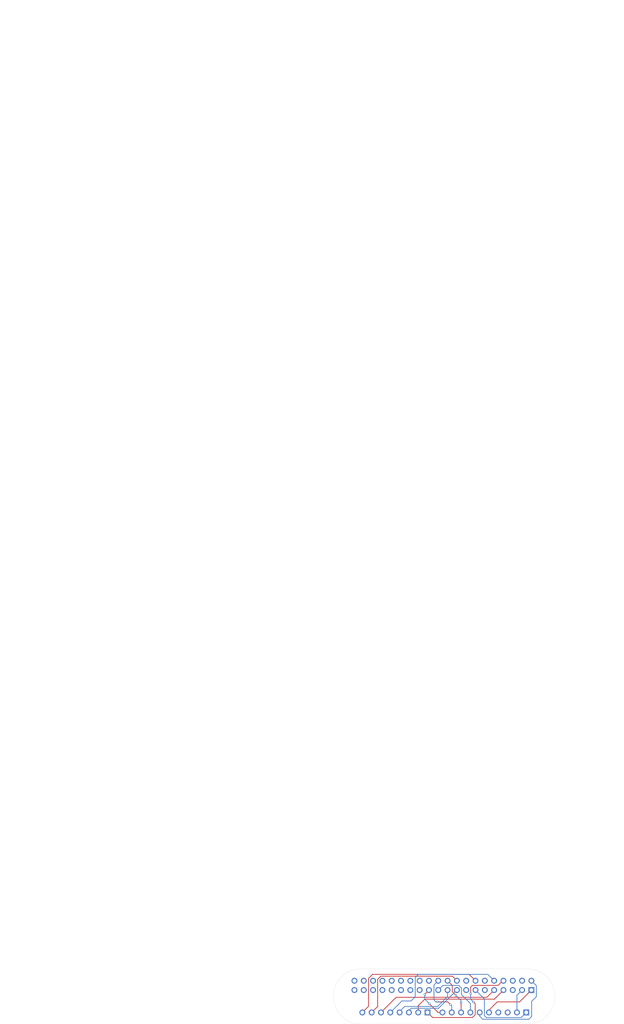
<source format=kicad_pcb>
(kicad_pcb (version 20240108) (generator "pcbnew") (generator_version "8.0")
  (layers (0 "F.Cu" signal) (31 "B.Cu" signal) (34 "B.Paste" user) (35 "F.Paste" user) (36 "B.SilkS" user "B.Silkscreen") (37 "F.SilkS" user "F.Silkscreen") (38 "B.Mask" user) (39 "F.Mask" user) (44 "Edge.Cuts" user))
  (net 0 "")
  (gr_poly (pts (xy 145.626 98.724) (xy 144.026 98.724) (xy 144.026 100.324) (xy 145.626 100.324)) (fill solid) (layer "F.Cu"))
  (gr_poly (pts (xy 117.306 104.824) (xy 115.706 104.824) (xy 115.706 106.424) (xy 117.306 106.424)) (fill solid) (layer "F.Cu"))
  (gr_poly (pts (xy 144.226 104.824) (xy 142.626 104.824) (xy 142.626 106.424) (xy 144.226 106.424)) (fill solid) (layer "F.Cu"))
  (gr_poly (pts (xy 145.626 98.724) (xy 144.026 98.724) (xy 144.026 100.324) (xy 145.626 100.324)) (fill solid) (layer "B.Cu"))
  (gr_poly (pts (xy 117.306 104.824) (xy 115.706 104.824) (xy 115.706 106.424) (xy 117.306 106.424)) (fill solid) (layer "B.Cu"))
  (gr_poly (pts (xy 144.226 104.824) (xy 142.626 104.824) (xy 142.626 106.424) (xy 144.226 106.424)) (fill solid) (layer "B.Cu"))
  (gr_arc (start 143.75 93.75) (mid 149.053301 95.946699) (end 151.25 101.25) (stroke (width 0.05)) (layer "Edge.Cuts"))
  (gr_line (start 143.75 93.75) (end 98.303301 93.771226) (stroke (width 0.05)) (layer "Edge.Cuts"))
  (gr_line (start 98.303301 108.771226) (end 143.75 108.75) (stroke (width 0.05)) (layer "Edge.Cuts"))
  (gr_arc (start 98.303301 108.771226) (mid 93 106.574527) (end 90.803301 101.271226) (stroke (width 0.05)) (layer "Edge.Cuts"))
  (gr_arc (start 90.803301 101.271226) (mid 93 95.967925) (end 98.303301 93.771226) (stroke (width 0.05)) (layer "Edge.Cuts"))
  (gr_arc (start 151.25 101.25) (mid 149.053301 106.553301) (end 143.75 108.75) (stroke (width 0.05)) (layer "Edge.Cuts"))
  (segment (start 123.25 100) (end 124.25 101) (width 0.2) (layer "F.Cu") (net 0))
  (segment (start 121.966 96.984) (end 123.25 98.268) (width 0.2) (layer "F.Cu") (net 0))
  (segment (start 132.69 101.5) (end 134.666 99.524) (width 0.2) (layer "F.Cu") (net 0))
  (segment (start 102.897696 103.992304) (end 101.266 105.624) (width 0.2) (layer "F.Cu") (net 0))
  (segment (start 101.5 95.25) (end 100.411789 96.338211) (width 0.2) (layer "F.Cu") (net 0))
  (segment (start 117 103.25) (end 119.374 105.624) (width 0.2) (layer "F.Cu") (net 0))
  (segment (start 115.75 100.75) (end 115.75 100.66) (width 0.2) (layer "F.Cu") (net 0))
  (segment (start 137.206 99.524) (end 134.73 102) (width 0.2) (layer "F.Cu") (net 0))
  (segment (start 123.25 98.268) (end 123.25 100) (width 0.2) (layer "F.Cu") (net 0))
  (segment (start 125.650741 102.956869) (end 125.650741 105.619259) (width 0.2) (layer "F.Cu") (net 0))
  (segment (start 125.650741 105.619259) (end 125.646 105.624) (width 0.2) (layer "F.Cu") (net 0))
  (segment (start 129.5 103.25) (end 129.5 106.25) (width 0.2) (layer "F.Cu") (net 0))
  (segment (start 137.206 96.984) (end 137.016 96.984) (width 0.2) (layer "F.Cu") (net 0))
  (segment (start 134.73 102) (end 115.75 102) (width 0.2) (layer "F.Cu") (net 0))
  (segment (start 128.25 98.75) (end 128.25 100.5) (width 0.2) (layer "F.Cu") (net 0))
  (segment (start 100.411789 96.338211) (end 100.411789 103.938211) (width 0.2) (layer "F.Cu") (net 0))
  (segment (start 128.75 98.25) (end 128.25 98.75) (width 0.2) (layer "F.Cu") (net 0))
  (segment (start 133.266 104.984) (end 133.266 105.624) (width 0.2) (layer "F.Cu") (net 0))
  (segment (start 107.93 101.5) (end 132.69 101.5) (width 0.2) (layer "F.Cu") (net 0))
  (segment (start 124.506 96.984) (end 124.484 96.984) (width 0.2) (layer "F.Cu") (net 0))
  (segment (start 122 102.75) (end 122.75 103.5) (width 0.2) (layer "F.Cu") (net 0))
  (segment (start 117.882 107) (end 116.506 105.624) (width 0.2) (layer "F.Cu") (net 0))
  (segment (start 127.852 95.25) (end 101.5 95.25) (width 0.2) (layer "F.Cu") (net 0))
  (segment (start 137.016 96.984) (end 135.75 98.25) (width 0.2) (layer "F.Cu") (net 0))
  (segment (start 115.75 100.66) (end 116.886 99.524) (width 0.2) (layer "F.Cu") (net 0))
  (segment (start 113.966 103.784) (end 113.966 105.624) (width 0.2) (layer "F.Cu") (net 0))
  (segment (start 129.5 106.25) (end 128.75 107) (width 0.2) (layer "F.Cu") (net 0))
  (segment (start 135.75 98.25) (end 128.75 98.25) (width 0.2) (layer "F.Cu") (net 0))
  (segment (start 129 102.75) (end 129.5 103.25) (width 0.2) (layer "F.Cu") (net 0))
  (segment (start 103.806 105.624) (end 107.93 101.5) (width 0.2) (layer "F.Cu") (net 0))
  (segment (start 102.897696 96.602304) (end 102.897696 103.992304) (width 0.2) (layer "F.Cu") (net 0))
  (segment (start 129.586 96.984) (end 127.852 95.25) (width 0.2) (layer "F.Cu") (net 0))
  (segment (start 119.25 102.75) (end 122 102.75) (width 0.2) (layer "F.Cu") (net 0))
  (segment (start 144.826 99.524) (end 141.6 102.75) (width 0.2) (layer "F.Cu") (net 0))
  (segment (start 128.75 107) (end 117.882 107) (width 0.2) (layer "F.Cu") (net 0))
  (segment (start 119.374 105.624) (end 120.566 105.624) (width 0.2) (layer "F.Cu") (net 0))
  (segment (start 141.6 102.75) (end 135.5 102.75) (width 0.2) (layer "F.Cu") (net 0))
  (segment (start 100.411789 103.938211) (end 98.726 105.624) (width 0.2) (layer "F.Cu") (net 0))
  (segment (start 135.5 102.75) (end 133.266 104.984) (width 0.2) (layer "F.Cu") (net 0))
  (segment (start 124.484 96.984) (end 123.25 95.75) (width 0.2) (layer "F.Cu") (net 0))
  (segment (start 123.25 95.75) (end 103.75 95.75) (width 0.2) (layer "F.Cu") (net 0))
  (segment (start 103.75 95.75) (end 102.897696 96.602304) (width 0.2) (layer "F.Cu") (net 0))
  (segment (start 115.75 102) (end 113.966 103.784) (width 0.2) (layer "F.Cu") (net 0))
  (via (at 108.886 105.624) (size 1.6) (drill 1) (layers "F.Cu" "B.Cu") (net 0))
  (via (at 142.286 99.524) (size 1.6) (drill 1) (layers "F.Cu" "B.Cu") (net 0))
  (via (at 124.506 99.524) (size 1.6) (drill 1) (layers "F.Cu" "B.Cu") (net 0))
  (via (at 130.726 105.624) (size 1.6) (drill 1) (layers "F.Cu" "B.Cu") (net 0))
  (via (at 139.746 99.524) (size 1.6) (drill 1) (layers "F.Cu" "B.Cu") (net 0))
  (via (at 128.25 100.5) (size 0.6) (drill 0.3) (layers "F.Cu" "B.Cu") (net 0))
  (via (at 122.75 103.5) (size 0.6) (drill 0.3) (layers "F.Cu" "B.Cu") (net 0))
  (via (at 127.046 96.984) (size 1.6) (drill 1) (layers "F.Cu" "B.Cu") (net 0))
  (via (at 135.806 105.624) (size 1.6) (drill 1) (layers "F.Cu" "B.Cu") (net 0))
  (via (at 109.266 99.524) (size 1.6) (drill 1) (layers "F.Cu" "B.Cu") (net 0))
  (via (at 127.046 99.524) (size 1.6) (drill 1) (layers "F.Cu" "B.Cu") (net 0))
  (via (at 129 102.75) (size 0.6) (drill 0.3) (layers "F.Cu" "B.Cu") (net 0))
  (via (at 121.966 96.984) (size 1.6) (drill 1) (layers "F.Cu" "B.Cu") (net 0))
  (via (at 129.586 96.984) (size 1.6) (drill 1) (layers "F.Cu" "B.Cu") (net 0))
  (via (at 144.826 99.524) (size 1.00001) (drill 1) (layers "F.Cu" "B.Cu") (net 0))
  (via (at 116.886 96.984) (size 1.6) (drill 1) (layers "F.Cu" "B.Cu") (net 0))
  (via (at 101.646 99.524) (size 1.6) (drill 1) (layers "F.Cu" "B.Cu") (net 0))
  (via (at 98.726 105.624) (size 1.6) (drill 1) (layers "F.Cu" "B.Cu") (net 0))
  (via (at 99.106 96.984) (size 1.6) (drill 1) (layers "F.Cu" "B.Cu") (net 0))
  (via (at 119.25 102.75) (size 0.6) (drill 0.3) (layers "F.Cu" "B.Cu") (net 0))
  (via (at 104.186 99.524) (size 1.6) (drill 1) (layers "F.Cu" "B.Cu") (net 0))
  (via (at 103.806 105.624) (size 1.6) (drill 1) (layers "F.Cu" "B.Cu") (net 0))
  (via (at 125.650741 102.956869) (size 0.6) (drill 0.3) (layers "F.Cu" "B.Cu") (net 0))
  (via (at 140.886 105.624) (size 1.6) (drill 1) (layers "F.Cu" "B.Cu") (net 0))
  (via (at 106.346 105.624) (size 1.6) (drill 1) (layers "F.Cu" "B.Cu") (net 0))
  (via (at 137.206 96.984) (size 1.6) (drill 1) (layers "F.Cu" "B.Cu") (net 0))
  (via (at 101.266 105.624) (size 1.6) (drill 1) (layers "F.Cu" "B.Cu") (net 0))
  (via (at 106.726 99.524) (size 1.6) (drill 1) (layers "F.Cu" "B.Cu") (net 0))
  (via (at 119.426 99.524) (size 1.6) (drill 1) (layers "F.Cu" "B.Cu") (net 0))
  (via (at 115.75 100.75) (size 0.6) (drill 0.3) (layers "F.Cu" "B.Cu") (net 0))
  (via (at 138.346 105.624) (size 1.6) (drill 1) (layers "F.Cu" "B.Cu") (net 0))
  (via (at 111.806 99.524) (size 1.6) (drill 1) (layers "F.Cu" "B.Cu") (net 0))
  (via (at 116.886 99.524) (size 1.6) (drill 1) (layers "F.Cu" "B.Cu") (net 0))
  (via (at 123.106 105.624) (size 1.6) (drill 1) (layers "F.Cu" "B.Cu") (net 0))
  (via (at 132.126 99.524) (size 1.6) (drill 1) (layers "F.Cu" "B.Cu") (net 0))
  (via (at 134.666 96.984) (size 1.6) (drill 1) (layers "F.Cu" "B.Cu") (net 0))
  (via (at 124.506 96.984) (size 1.6) (drill 1) (layers "F.Cu" "B.Cu") (net 0))
  (via (at 139.746 96.984) (size 1.6) (drill 1) (layers "F.Cu" "B.Cu") (net 0))
  (via (at 120.566 105.624) (size 1.6) (drill 1) (layers "F.Cu" "B.Cu") (net 0))
  (via (at 117 103.25) (size 0.6) (drill 0.3) (layers "F.Cu" "B.Cu") (net 0))
  (via (at 125.646 105.624) (size 1.6) (drill 1) (layers "F.Cu" "B.Cu") (net 0))
  (via (at 137.206 99.524) (size 1.6) (drill 1) (layers "F.Cu" "B.Cu") (net 0))
  (via (at 132.126 96.984) (size 1.6) (drill 1) (layers "F.Cu" "B.Cu") (net 0))
  (via (at 133.266 105.624) (size 1.6) (drill 1) (layers "F.Cu" "B.Cu") (net 0))
  (via (at 121.966 99.524) (size 1.6) (drill 1) (layers "F.Cu" "B.Cu") (net 0))
  (via (at 111.806 96.984) (size 1.6) (drill 1) (layers "F.Cu" "B.Cu") (net 0))
  (via (at 144.826 96.984) (size 1.6) (drill 1) (layers "F.Cu" "B.Cu") (net 0))
  (via (at 116.506 105.624) (size 1.00001) (drill 1) (layers "F.Cu" "B.Cu") (net 0))
  (via (at 114.346 96.984) (size 1.6) (drill 1) (layers "F.Cu" "B.Cu") (net 0))
  (via (at 106.726 96.984) (size 1.6) (drill 1) (layers "F.Cu" "B.Cu") (net 0))
  (via (at 96.566 96.984) (size 1.6) (drill 1) (layers "F.Cu" "B.Cu") (net 0))
  (via (at 119.426 96.984) (size 1.6) (drill 1) (layers "F.Cu" "B.Cu") (net 0))
  (via (at 109.266 96.984) (size 1.6) (drill 1) (layers "F.Cu" "B.Cu") (net 0))
  (via (at 128.186 105.624) (size 1.6) (drill 1) (layers "F.Cu" "B.Cu") (net 0))
  (via (at 101.646 96.984) (size 1.6) (drill 1) (layers "F.Cu" "B.Cu") (net 0))
  (via (at 114.346 99.524) (size 1.6) (drill 1) (layers "F.Cu" "B.Cu") (net 0))
  (via (at 99.106 99.524) (size 1.6) (drill 1) (layers "F.Cu" "B.Cu") (net 0))
  (via (at 134.666 99.524) (size 1.6) (drill 1) (layers "F.Cu" "B.Cu") (net 0))
  (via (at 104.186 96.984) (size 1.6) (drill 1) (layers "F.Cu" "B.Cu") (net 0))
  (via (at 124.25 101) (size 0.6) (drill 0.3) (layers "F.Cu" "B.Cu") (net 0))
  (via (at 143.426 105.624) (size 1.00001) (drill 1) (layers "F.Cu" "B.Cu") (net 0))
  (via (at 111.426 105.624) (size 1.6) (drill 1) (layers "F.Cu" "B.Cu") (net 0))
  (via (at 142.286 96.984) (size 1.6) (drill 1) (layers "F.Cu" "B.Cu") (net 0))
  (via (at 129.586 99.524) (size 1.6) (drill 1) (layers "F.Cu" "B.Cu") (net 0))
  (via (at 96.566 99.524) (size 1.6) (drill 1) (layers "F.Cu" "B.Cu") (net 0))
  (via (at 113.966 105.624) (size 1.6) (drill 1) (layers "F.Cu" "B.Cu") (net 0))
  (segment (start 116.376 105.754) (end 116.506 105.624) (width 0.2) (layer "B.Cu") (net 0))
  (segment (start 111.426 105.074) (end 111.426 105.624) (width 0.2) (layer "B.Cu") (net 0))
  (segment (start 125.75 100.75) (end 125.75 99) (width 0.2) (layer "B.Cu") (net 0))
  (segment (start 106.346 105.624) (end 106.361 105.639) (width 0.2) (layer "B.Cu") (net 0))
  (segment (start 101.266 105.624) (end 101.321 105.679) (width 0.2) (layer "B.Cu") (net 0))
  (segment (start 98.726 105.624) (end 98.801 105.699) (width 0.2) (layer "B.Cu") (net 0))
  (segment (start 113.14572 96.10428) (end 114 95.25) (width 0.2) (layer "B.Cu") (net 0))
  (segment (start 128.186 103.186) (end 125.75 100.75) (width 0.2) (layer "B.Cu") (net 0))
  (segment (start 124.506 99.524) (end 123.28 100.75) (width 0.2) (layer "B.Cu") (net 0))
  (segment (start 140.886 100.924) (end 140.886 105.624) (width 0.2) (layer "B.Cu") (net 0))
  (segment (start 144.888317 102.611683) (end 144.888317 106.71833) (width 0.2) (layer "B.Cu") (net 0))
  (segment (start 112 104.5) (end 111.426 105.074) (width 0.2) (layer "B.Cu") (net 0))
  (segment (start 146.165817 98.323817) (end 146.165817 101.364999) (width 0.2) (layer "B.Cu") (net 0))
  (segment (start 125.650741 102.400741) (end 125.650741 102.956869) (width 0.2) (layer "B.Cu") (net 0))
  (segment (start 123.25 100.75) (end 119.5 104.5) (width 0.2) (layer "B.Cu") (net 0))
  (segment (start 106.346 105.624) (end 106.376 105.624) (width 0.2) (layer "B.Cu") (net 0))
  (segment (start 110.25 104) (end 108.886 105.364) (width 0.2) (layer "B.Cu") (net 0))
  (segment (start 130.726 106.64906) (end 130.726 105.624) (width 0.2) (layer "B.Cu") (net 0))
  (segment (start 132.5 107) (end 142.05 107) (width 0.2) (layer "B.Cu") (net 0))
  (segment (start 114 95.25) (end 132.932 95.25) (width 0.2) (layer "B.Cu") (net 0))
  (segment (start 146.135001 101.364999) (end 144.888317 102.611683) (width 0.2) (layer "B.Cu") (net 0))
  (segment (start 121.966 101.284) (end 119.25 104) (width 0.2) (layer "B.Cu") (net 0))
  (segment (start 119.25 104) (end 110.25 104) (width 0.2) (layer "B.Cu") (net 0))
  (segment (start 118.25 102.25) (end 118.75 102.75) (width 0.2) (layer "B.Cu") (net 0))
  (segment (start 128.186 105.624) (end 128.186 103.186) (width 0.2) (layer "B.Cu") (net 0))
  (segment (start 103.806 105.624) (end 103.841 105.659) (width 0.2) (layer "B.Cu") (net 0))
  (segment (start 144.826 96.984) (end 146.165817 98.323817) (width 0.2) (layer "B.Cu") (net 0))
  (segment (start 109.5 102.5) (end 112 102.5) (width 0.2) (layer "B.Cu") (net 0))
  (segment (start 111.401 105.649) (end 111.426 105.624) (width 0.2) (layer "B.Cu") (net 0))
  (segment (start 144.13804 107.468607) (end 131.545547 107.468607) (width 0.2) (layer "B.Cu") (net 0))
  (segment (start 115.75 102) (end 115.75 100.75) (width 0.2) (layer "B.Cu") (net 0))
  (segment (start 122.75 103.5) (end 123.106 103.856) (width 0.2) (layer "B.Cu") (net 0))
  (segment (start 113.921 105.669) (end 113.966 105.624) (width 0.2) (layer "B.Cu") (net 0))
  (segment (start 108.886 105.364) (end 108.886 105.624) (width 0.2) (layer "B.Cu") (net 0))
  (segment (start 117 103.25) (end 115.75 102) (width 0.2) (layer "B.Cu") (net 0))
  (segment (start 131.545547 107.468607) (end 130.726 106.64906) (width 0.2) (layer "B.Cu") (net 0))
  (segment (start 132 106.5) (end 132.5 107) (width 0.2) (layer "B.Cu") (net 0))
  (segment (start 132 101.938) (end 132 106.5) (width 0.2) (layer "B.Cu") (net 0))
  (segment (start 129.586 99.524) (end 132 101.938) (width 0.2) (layer "B.Cu") (net 0))
  (segment (start 108.881 105.629) (end 108.886 105.624) (width 0.2) (layer "B.Cu") (net 0))
  (segment (start 146.165817 101.364999) (end 146.135001 101.364999) (width 0.2) (layer "B.Cu") (net 0))
  (segment (start 120.7 98.25) (end 119.426 99.524) (width 0.2) (layer "B.Cu") (net 0))
  (segment (start 112 102.5) (end 113.14572 101.35428) (width 0.2) (layer "B.Cu") (net 0))
  (segment (start 119.5 104.5) (end 112 104.5) (width 0.2) (layer "B.Cu") (net 0))
  (segment (start 142.286 99.524) (end 140.886 100.924) (width 0.2) (layer "B.Cu") (net 0))
  (segment (start 124.25 101) (end 125.650741 102.400741) (width 0.2) (layer "B.Cu") (net 0))
  (segment (start 121.966 99.524) (end 121.966 101.284) (width 0.2) (layer "B.Cu") (net 0))
  (segment (start 119.426 96.984) (end 118.25 98.16) (width 0.2) (layer "B.Cu") (net 0))
  (segment (start 132.932 95.25) (end 134.666 96.984) (width 0.2) (layer "B.Cu") (net 0))
  (segment (start 118.75 102.75) (end 119.25 102.75) (width 0.2) (layer "B.Cu") (net 0))
  (segment (start 123.28 100.75) (end 123.25 100.75) (width 0.2) (layer "B.Cu") (net 0))
  (segment (start 128.25 102) (end 129 102.75) (width 0.2) (layer "B.Cu") (net 0))
  (segment (start 118.25 98.16) (end 118.25 102.25) (width 0.2) (layer "B.Cu") (net 0))
  (segment (start 106.376 105.624) (end 109.5 102.5) (width 0.2) (layer "B.Cu") (net 0))
  (segment (start 142.05 107) (end 143.426 105.624) (width 0.2) (layer "B.Cu") (net 0))
  (segment (start 125 98.25) (end 120.7 98.25) (width 0.2) (layer "B.Cu") (net 0))
  (segment (start 128.25 100.5) (end 128.25 102) (width 0.2) (layer "B.Cu") (net 0))
  (segment (start 113.14572 101.35428) (end 113.14572 96.10428) (width 0.2) (layer "B.Cu") (net 0))
  (segment (start 144.888317 106.71833) (end 144.13804 107.468607) (width 0.2) (layer "B.Cu") (net 0))
  (segment (start 123.106 103.856) (end 123.106 105.624) (width 0.2) (layer "B.Cu") (net 0))
  (segment (start 125.75 99) (end 125 98.25) (width 0.2) (layer "B.Cu") (net 0))
)
</source>
